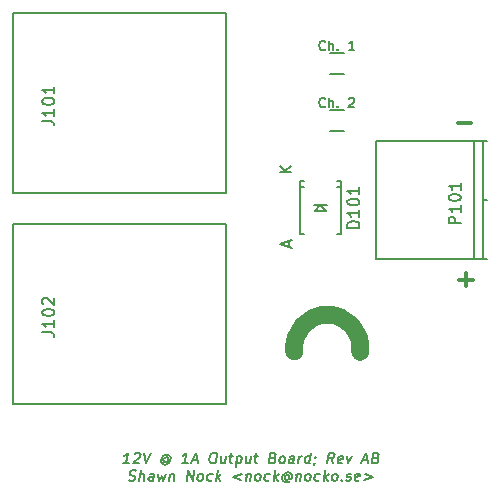
<source format=gto>
G04 #@! TF.FileFunction,Legend,Top*
%FSLAX46Y46*%
G04 Gerber Fmt 4.6, Leading zero omitted, Abs format (unit mm)*
G04 Created by KiCad (PCBNEW 4.0.4-stable) date Mon Nov 28 14:05:52 2016*
%MOMM*%
%LPD*%
G01*
G04 APERTURE LIST*
%ADD10C,0.100000*%
%ADD11C,0.152400*%
%ADD12C,0.300000*%
%ADD13C,0.200000*%
%ADD14C,0.150000*%
%ADD15C,1.500000*%
G04 APERTURE END LIST*
D10*
D11*
X121636898Y-127040217D02*
X121128898Y-127040217D01*
X121382898Y-127040217D02*
X121494023Y-126151217D01*
X121393482Y-126278217D01*
X121298231Y-126362883D01*
X121208273Y-126405217D01*
X122076106Y-126235883D02*
X122123732Y-126193550D01*
X122213690Y-126151217D01*
X122425357Y-126151217D01*
X122504732Y-126193550D01*
X122541773Y-126235883D01*
X122573523Y-126320550D01*
X122562940Y-126405217D01*
X122504732Y-126532217D01*
X121933232Y-127040217D01*
X122483565Y-127040217D01*
X122848691Y-126151217D02*
X123033899Y-127040217D01*
X123441357Y-126151217D01*
X124907148Y-126616883D02*
X124870107Y-126574550D01*
X124790732Y-126532217D01*
X124706065Y-126532217D01*
X124616107Y-126574550D01*
X124568481Y-126616883D01*
X124515565Y-126701550D01*
X124504982Y-126786217D01*
X124536731Y-126870883D01*
X124573774Y-126913217D01*
X124653148Y-126955550D01*
X124737815Y-126955550D01*
X124827774Y-126913217D01*
X124875398Y-126870883D01*
X124917732Y-126532217D02*
X124875398Y-126870883D01*
X124912440Y-126913217D01*
X124954774Y-126913217D01*
X125044731Y-126870883D01*
X125097649Y-126786217D01*
X125124107Y-126574550D01*
X125055315Y-126447550D01*
X124938898Y-126362883D01*
X124774857Y-126320550D01*
X124600231Y-126362883D01*
X124462648Y-126447550D01*
X124362107Y-126574550D01*
X124298606Y-126743883D01*
X124319774Y-126913217D01*
X124388565Y-127040217D01*
X124504981Y-127124883D01*
X124669024Y-127167217D01*
X124843648Y-127124883D01*
X124981232Y-127040217D01*
X126589898Y-127040217D02*
X126081898Y-127040217D01*
X126335898Y-127040217D02*
X126447023Y-126151217D01*
X126346482Y-126278217D01*
X126251231Y-126362883D01*
X126161273Y-126405217D01*
X126960315Y-126786217D02*
X127383649Y-126786217D01*
X126843899Y-127040217D02*
X127251357Y-126151217D01*
X127436565Y-127040217D01*
X128690690Y-126151217D02*
X128860023Y-126151217D01*
X128939398Y-126193550D01*
X129013482Y-126278217D01*
X129034648Y-126447550D01*
X128997606Y-126743883D01*
X128934107Y-126913217D01*
X128838856Y-126997883D01*
X128748898Y-127040217D01*
X128579565Y-127040217D01*
X128500189Y-126997883D01*
X128426107Y-126913217D01*
X128404939Y-126743883D01*
X128441981Y-126447550D01*
X128505482Y-126278217D01*
X128600731Y-126193550D01*
X128690690Y-126151217D01*
X129796648Y-126447550D02*
X129722565Y-127040217D01*
X129415648Y-126447550D02*
X129357440Y-126913217D01*
X129389189Y-126997883D01*
X129468565Y-127040217D01*
X129595565Y-127040217D01*
X129685522Y-126997883D01*
X129733148Y-126955550D01*
X130092981Y-126447550D02*
X130431647Y-126447550D01*
X130257023Y-126151217D02*
X130161773Y-126913217D01*
X130193522Y-126997883D01*
X130272898Y-127040217D01*
X130357564Y-127040217D01*
X130727981Y-126447550D02*
X130616856Y-127336550D01*
X130722689Y-126489883D02*
X130812647Y-126447550D01*
X130981981Y-126447550D01*
X131061355Y-126489883D01*
X131098398Y-126532217D01*
X131130147Y-126616883D01*
X131098397Y-126870883D01*
X131045481Y-126955550D01*
X130997855Y-126997883D01*
X130907898Y-127040217D01*
X130738564Y-127040217D01*
X130659189Y-126997883D01*
X131913314Y-126447550D02*
X131839231Y-127040217D01*
X131532314Y-126447550D02*
X131474106Y-126913217D01*
X131505855Y-126997883D01*
X131585231Y-127040217D01*
X131712231Y-127040217D01*
X131802188Y-126997883D01*
X131849814Y-126955550D01*
X132209647Y-126447550D02*
X132548313Y-126447550D01*
X132373689Y-126151217D02*
X132278439Y-126913217D01*
X132310188Y-126997883D01*
X132389564Y-127040217D01*
X132474230Y-127040217D01*
X133802438Y-126574550D02*
X133924146Y-126616883D01*
X133961188Y-126659217D01*
X133992938Y-126743883D01*
X133977063Y-126870883D01*
X133924146Y-126955550D01*
X133876521Y-126997883D01*
X133786563Y-127040217D01*
X133447897Y-127040217D01*
X133559022Y-126151217D01*
X133855355Y-126151217D01*
X133934730Y-126193550D01*
X133971771Y-126235883D01*
X134003521Y-126320550D01*
X133992938Y-126405217D01*
X133940021Y-126489883D01*
X133892397Y-126532217D01*
X133802438Y-126574550D01*
X133506105Y-126574550D01*
X134463897Y-127040217D02*
X134384521Y-126997883D01*
X134347480Y-126955550D01*
X134315729Y-126870883D01*
X134347479Y-126616883D01*
X134400397Y-126532217D01*
X134448021Y-126489883D01*
X134537980Y-126447550D01*
X134664980Y-126447550D01*
X134744354Y-126489883D01*
X134781397Y-126532217D01*
X134813146Y-126616883D01*
X134781396Y-126870883D01*
X134728480Y-126955550D01*
X134680854Y-126997883D01*
X134590897Y-127040217D01*
X134463897Y-127040217D01*
X135522230Y-127040217D02*
X135580438Y-126574550D01*
X135548687Y-126489883D01*
X135469313Y-126447550D01*
X135299979Y-126447550D01*
X135210021Y-126489883D01*
X135527521Y-126997883D02*
X135437563Y-127040217D01*
X135225896Y-127040217D01*
X135146521Y-126997883D01*
X135114771Y-126913217D01*
X135125354Y-126828550D01*
X135178271Y-126743883D01*
X135268229Y-126701550D01*
X135479896Y-126701550D01*
X135569855Y-126659217D01*
X135945563Y-127040217D02*
X136019646Y-126447550D01*
X135998479Y-126616883D02*
X136051396Y-126532217D01*
X136099020Y-126489883D01*
X136188979Y-126447550D01*
X136273646Y-126447550D01*
X136876896Y-127040217D02*
X136988021Y-126151217D01*
X136882187Y-126997883D02*
X136792229Y-127040217D01*
X136622896Y-127040217D01*
X136543520Y-126997883D01*
X136506479Y-126955550D01*
X136474728Y-126870883D01*
X136506478Y-126616883D01*
X136559396Y-126532217D01*
X136607020Y-126489883D01*
X136696979Y-126447550D01*
X136866312Y-126447550D01*
X136945687Y-126489883D01*
X137347853Y-126997883D02*
X137342562Y-127040217D01*
X137289645Y-127124883D01*
X137242020Y-127167217D01*
X137369020Y-126489883D02*
X137406062Y-126532217D01*
X137358437Y-126574550D01*
X137321395Y-126532217D01*
X137369020Y-126489883D01*
X137358437Y-126574550D01*
X138908895Y-127040217D02*
X138665477Y-126616883D01*
X138400895Y-127040217D02*
X138512020Y-126151217D01*
X138850686Y-126151217D01*
X138930061Y-126193550D01*
X138967102Y-126235883D01*
X138998853Y-126320550D01*
X138982978Y-126447550D01*
X138930061Y-126532217D01*
X138882436Y-126574550D01*
X138792477Y-126616883D01*
X138453811Y-126616883D01*
X139633852Y-126997883D02*
X139543895Y-127040217D01*
X139374561Y-127040217D01*
X139295186Y-126997883D01*
X139263436Y-126913217D01*
X139305769Y-126574550D01*
X139358686Y-126489883D01*
X139448644Y-126447550D01*
X139617978Y-126447550D01*
X139697352Y-126489883D01*
X139729103Y-126574550D01*
X139718520Y-126659217D01*
X139284602Y-126743883D01*
X140041311Y-126447550D02*
X140178895Y-127040217D01*
X140464644Y-126447550D01*
X141395977Y-126786217D02*
X141819311Y-126786217D01*
X141279561Y-127040217D02*
X141687019Y-126151217D01*
X141872227Y-127040217D01*
X142523102Y-126574550D02*
X142644810Y-126616883D01*
X142681852Y-126659217D01*
X142713602Y-126743883D01*
X142697727Y-126870883D01*
X142644810Y-126955550D01*
X142597185Y-126997883D01*
X142507227Y-127040217D01*
X142168561Y-127040217D01*
X142279686Y-126151217D01*
X142576019Y-126151217D01*
X142655394Y-126193550D01*
X142692435Y-126235883D01*
X142724185Y-126320550D01*
X142713602Y-126405217D01*
X142660685Y-126489883D01*
X142613061Y-126532217D01*
X142523102Y-126574550D01*
X142226769Y-126574550D01*
X121578688Y-128483783D02*
X121700397Y-128526117D01*
X121912064Y-128526117D01*
X122002022Y-128483783D01*
X122049647Y-128441450D01*
X122102563Y-128356783D01*
X122113147Y-128272117D01*
X122081397Y-128187450D01*
X122044356Y-128145117D01*
X121964980Y-128102783D01*
X121800939Y-128060450D01*
X121721564Y-128018117D01*
X121684522Y-127975783D01*
X121652772Y-127891117D01*
X121663355Y-127806450D01*
X121716272Y-127721783D01*
X121763897Y-127679450D01*
X121853856Y-127637117D01*
X122065522Y-127637117D01*
X122187230Y-127679450D01*
X122462398Y-128526117D02*
X122573523Y-127637117D01*
X122843398Y-128526117D02*
X122901606Y-128060450D01*
X122869855Y-127975783D01*
X122790481Y-127933450D01*
X122663481Y-127933450D01*
X122573522Y-127975783D01*
X122525898Y-128018117D01*
X123647731Y-128526117D02*
X123705939Y-128060450D01*
X123674188Y-127975783D01*
X123594814Y-127933450D01*
X123425480Y-127933450D01*
X123335522Y-127975783D01*
X123653022Y-128483783D02*
X123563064Y-128526117D01*
X123351397Y-128526117D01*
X123272022Y-128483783D01*
X123240272Y-128399117D01*
X123250855Y-128314450D01*
X123303772Y-128229783D01*
X123393730Y-128187450D01*
X123605397Y-128187450D01*
X123695356Y-128145117D01*
X124060480Y-127933450D02*
X124155730Y-128526117D01*
X124377980Y-128102783D01*
X124494397Y-128526117D01*
X124737813Y-127933450D01*
X125076480Y-127933450D02*
X125002397Y-128526117D01*
X125065897Y-128018117D02*
X125113521Y-127975783D01*
X125203480Y-127933450D01*
X125330480Y-127933450D01*
X125409854Y-127975783D01*
X125441605Y-128060450D01*
X125383397Y-128526117D01*
X126484063Y-128526117D02*
X126595188Y-127637117D01*
X126992063Y-128526117D01*
X127103188Y-127637117D01*
X127542396Y-128526117D02*
X127463020Y-128483783D01*
X127425979Y-128441450D01*
X127394228Y-128356783D01*
X127425978Y-128102783D01*
X127478896Y-128018117D01*
X127526520Y-127975783D01*
X127616479Y-127933450D01*
X127743479Y-127933450D01*
X127822853Y-127975783D01*
X127859896Y-128018117D01*
X127891645Y-128102783D01*
X127859895Y-128356783D01*
X127806979Y-128441450D01*
X127759353Y-128483783D01*
X127669396Y-128526117D01*
X127542396Y-128526117D01*
X128606020Y-128483783D02*
X128516062Y-128526117D01*
X128346729Y-128526117D01*
X128267353Y-128483783D01*
X128230312Y-128441450D01*
X128198561Y-128356783D01*
X128230311Y-128102783D01*
X128283229Y-128018117D01*
X128330853Y-127975783D01*
X128420812Y-127933450D01*
X128590145Y-127933450D01*
X128669520Y-127975783D01*
X128981729Y-128526117D02*
X129092854Y-127637117D01*
X129108728Y-128187450D02*
X129320395Y-128526117D01*
X129394478Y-127933450D02*
X129013479Y-128272117D01*
X131130145Y-127933450D02*
X130421062Y-128187450D01*
X131066645Y-128441450D01*
X131553479Y-127933450D02*
X131479396Y-128526117D01*
X131542896Y-128018117D02*
X131590520Y-127975783D01*
X131680479Y-127933450D01*
X131807479Y-127933450D01*
X131886853Y-127975783D01*
X131918604Y-128060450D01*
X131860396Y-128526117D01*
X132410729Y-128526117D02*
X132331353Y-128483783D01*
X132294312Y-128441450D01*
X132262561Y-128356783D01*
X132294311Y-128102783D01*
X132347229Y-128018117D01*
X132394853Y-127975783D01*
X132484812Y-127933450D01*
X132611812Y-127933450D01*
X132691186Y-127975783D01*
X132728229Y-128018117D01*
X132759978Y-128102783D01*
X132728228Y-128356783D01*
X132675312Y-128441450D01*
X132627686Y-128483783D01*
X132537729Y-128526117D01*
X132410729Y-128526117D01*
X133474353Y-128483783D02*
X133384395Y-128526117D01*
X133215062Y-128526117D01*
X133135686Y-128483783D01*
X133098645Y-128441450D01*
X133066894Y-128356783D01*
X133098644Y-128102783D01*
X133151562Y-128018117D01*
X133199186Y-127975783D01*
X133289145Y-127933450D01*
X133458478Y-127933450D01*
X133537853Y-127975783D01*
X133850062Y-128526117D02*
X133961187Y-127637117D01*
X133977061Y-128187450D02*
X134188728Y-128526117D01*
X134262811Y-127933450D02*
X133881812Y-128272117D01*
X135172978Y-128102783D02*
X135135937Y-128060450D01*
X135056562Y-128018117D01*
X134971895Y-128018117D01*
X134881937Y-128060450D01*
X134834311Y-128102783D01*
X134781395Y-128187450D01*
X134770812Y-128272117D01*
X134802561Y-128356783D01*
X134839604Y-128399117D01*
X134918978Y-128441450D01*
X135003645Y-128441450D01*
X135093604Y-128399117D01*
X135141228Y-128356783D01*
X135183562Y-128018117D02*
X135141228Y-128356783D01*
X135178270Y-128399117D01*
X135220604Y-128399117D01*
X135310561Y-128356783D01*
X135363479Y-128272117D01*
X135389937Y-128060450D01*
X135321145Y-127933450D01*
X135204728Y-127848783D01*
X135040687Y-127806450D01*
X134866061Y-127848783D01*
X134728478Y-127933450D01*
X134627937Y-128060450D01*
X134564436Y-128229783D01*
X134585604Y-128399117D01*
X134654395Y-128526117D01*
X134770811Y-128610783D01*
X134934854Y-128653117D01*
X135109478Y-128610783D01*
X135247062Y-128526117D01*
X135786812Y-127933450D02*
X135712729Y-128526117D01*
X135776229Y-128018117D02*
X135823853Y-127975783D01*
X135913812Y-127933450D01*
X136040812Y-127933450D01*
X136120186Y-127975783D01*
X136151937Y-128060450D01*
X136093729Y-128526117D01*
X136644062Y-128526117D02*
X136564686Y-128483783D01*
X136527645Y-128441450D01*
X136495894Y-128356783D01*
X136527644Y-128102783D01*
X136580562Y-128018117D01*
X136628186Y-127975783D01*
X136718145Y-127933450D01*
X136845145Y-127933450D01*
X136924519Y-127975783D01*
X136961562Y-128018117D01*
X136993311Y-128102783D01*
X136961561Y-128356783D01*
X136908645Y-128441450D01*
X136861019Y-128483783D01*
X136771062Y-128526117D01*
X136644062Y-128526117D01*
X137707686Y-128483783D02*
X137617728Y-128526117D01*
X137448395Y-128526117D01*
X137369019Y-128483783D01*
X137331978Y-128441450D01*
X137300227Y-128356783D01*
X137331977Y-128102783D01*
X137384895Y-128018117D01*
X137432519Y-127975783D01*
X137522478Y-127933450D01*
X137691811Y-127933450D01*
X137771186Y-127975783D01*
X138083395Y-128526117D02*
X138194520Y-127637117D01*
X138210394Y-128187450D02*
X138422061Y-128526117D01*
X138496144Y-127933450D02*
X138115145Y-128272117D01*
X138930062Y-128526117D02*
X138850686Y-128483783D01*
X138813645Y-128441450D01*
X138781894Y-128356783D01*
X138813644Y-128102783D01*
X138866562Y-128018117D01*
X138914186Y-127975783D01*
X139004145Y-127933450D01*
X139131145Y-127933450D01*
X139210519Y-127975783D01*
X139247562Y-128018117D01*
X139279311Y-128102783D01*
X139247561Y-128356783D01*
X139194645Y-128441450D01*
X139147019Y-128483783D01*
X139057062Y-128526117D01*
X138930062Y-128526117D01*
X139617978Y-128441450D02*
X139655019Y-128483783D01*
X139607395Y-128526117D01*
X139570352Y-128483783D01*
X139617978Y-128441450D01*
X139607395Y-128526117D01*
X139993685Y-128483783D02*
X140073061Y-128526117D01*
X140242394Y-128526117D01*
X140332352Y-128483783D01*
X140385269Y-128399117D01*
X140390560Y-128356783D01*
X140358811Y-128272117D01*
X140279435Y-128229783D01*
X140152435Y-128229783D01*
X140073061Y-128187450D01*
X140041310Y-128102783D01*
X140046602Y-128060450D01*
X140099519Y-127975783D01*
X140189477Y-127933450D01*
X140316477Y-127933450D01*
X140395852Y-127975783D01*
X141094352Y-128483783D02*
X141004395Y-128526117D01*
X140835061Y-128526117D01*
X140755686Y-128483783D01*
X140723936Y-128399117D01*
X140766269Y-128060450D01*
X140819186Y-127975783D01*
X140909144Y-127933450D01*
X141078478Y-127933450D01*
X141157852Y-127975783D01*
X141189603Y-128060450D01*
X141179020Y-128145117D01*
X140745102Y-128229783D01*
X141586478Y-127933450D02*
X142232061Y-128187450D01*
X141522978Y-128441450D01*
D12*
X150558428Y-98190857D02*
X149415571Y-98190857D01*
X149542572Y-111486143D02*
X150685429Y-111486143D01*
X150114000Y-112057571D02*
X150114000Y-110914714D01*
D13*
X138201524Y-96805714D02*
X138163429Y-96843810D01*
X138049143Y-96881905D01*
X137972953Y-96881905D01*
X137858667Y-96843810D01*
X137782476Y-96767619D01*
X137744381Y-96691429D01*
X137706286Y-96539048D01*
X137706286Y-96424762D01*
X137744381Y-96272381D01*
X137782476Y-96196190D01*
X137858667Y-96120000D01*
X137972953Y-96081905D01*
X138049143Y-96081905D01*
X138163429Y-96120000D01*
X138201524Y-96158095D01*
X138544381Y-96881905D02*
X138544381Y-96081905D01*
X138887238Y-96881905D02*
X138887238Y-96462857D01*
X138849143Y-96386667D01*
X138772953Y-96348571D01*
X138658667Y-96348571D01*
X138582476Y-96386667D01*
X138544381Y-96424762D01*
X139268191Y-96805714D02*
X139306286Y-96843810D01*
X139268191Y-96881905D01*
X139230096Y-96843810D01*
X139268191Y-96805714D01*
X139268191Y-96881905D01*
X140220572Y-96158095D02*
X140258667Y-96120000D01*
X140334858Y-96081905D01*
X140525334Y-96081905D01*
X140601524Y-96120000D01*
X140639620Y-96158095D01*
X140677715Y-96234286D01*
X140677715Y-96310476D01*
X140639620Y-96424762D01*
X140182477Y-96881905D01*
X140677715Y-96881905D01*
X138201524Y-91979714D02*
X138163429Y-92017810D01*
X138049143Y-92055905D01*
X137972953Y-92055905D01*
X137858667Y-92017810D01*
X137782476Y-91941619D01*
X137744381Y-91865429D01*
X137706286Y-91713048D01*
X137706286Y-91598762D01*
X137744381Y-91446381D01*
X137782476Y-91370190D01*
X137858667Y-91294000D01*
X137972953Y-91255905D01*
X138049143Y-91255905D01*
X138163429Y-91294000D01*
X138201524Y-91332095D01*
X138544381Y-92055905D02*
X138544381Y-91255905D01*
X138887238Y-92055905D02*
X138887238Y-91636857D01*
X138849143Y-91560667D01*
X138772953Y-91522571D01*
X138658667Y-91522571D01*
X138582476Y-91560667D01*
X138544381Y-91598762D01*
X139268191Y-91979714D02*
X139306286Y-92017810D01*
X139268191Y-92055905D01*
X139230096Y-92017810D01*
X139268191Y-91979714D01*
X139268191Y-92055905D01*
X140677715Y-92055905D02*
X140220572Y-92055905D01*
X140449143Y-92055905D02*
X140449143Y-91255905D01*
X140372953Y-91370190D01*
X140296762Y-91446381D01*
X140220572Y-91484476D01*
D14*
X137795000Y-105160000D02*
X138245000Y-105710000D01*
X138245000Y-105710000D02*
X137345000Y-105710000D01*
X137345000Y-105710000D02*
X137795000Y-105160000D01*
X138345000Y-105160000D02*
X137245000Y-105160000D01*
X136044940Y-103610860D02*
X136395460Y-103610860D01*
X139545060Y-103610860D02*
X139194540Y-103610860D01*
X136044940Y-107660440D02*
X136395460Y-107660440D01*
X136044940Y-103159560D02*
X136395460Y-103159560D01*
X139545060Y-103159560D02*
X139194540Y-103159560D01*
X139545060Y-107660440D02*
X139194540Y-107660440D01*
X136044940Y-103159560D02*
X136044940Y-107660440D01*
X139545060Y-103159560D02*
X139545060Y-107660440D01*
X111760000Y-88900000D02*
X111760000Y-104140000D01*
X111760000Y-104140000D02*
X129794000Y-104140000D01*
X129794000Y-104140000D02*
X129794000Y-88900000D01*
X129794000Y-88900000D02*
X111760000Y-88900000D01*
X111760000Y-106768900D02*
X111760000Y-122008900D01*
X111760000Y-122008900D02*
X129794000Y-122008900D01*
X129794000Y-122008900D02*
X129794000Y-106768900D01*
X129794000Y-106768900D02*
X111760000Y-106768900D01*
X138592000Y-92343000D02*
X139792000Y-92343000D01*
X139792000Y-94093000D02*
X138592000Y-94093000D01*
X138592000Y-97169000D02*
X139792000Y-97169000D01*
X139792000Y-98919000D02*
X138592000Y-98919000D01*
D15*
X141178204Y-117598288D02*
G75*
G03X135600000Y-117583000I-2788204J335288D01*
G01*
D14*
X151531000Y-109735000D02*
X151931000Y-109735000D01*
X151531000Y-109735000D02*
X151531000Y-108235000D01*
X150931000Y-109735000D02*
X151531000Y-109735000D01*
X150781000Y-108235000D02*
X150781000Y-109735000D01*
X151531000Y-101235000D02*
X151531000Y-99735000D01*
X150781000Y-101235000D02*
X150781000Y-99735000D01*
X151431000Y-99735000D02*
X151931000Y-99735000D01*
X142531000Y-99735000D02*
X142531000Y-102035000D01*
X143831000Y-99735000D02*
X142531000Y-99735000D01*
X142531000Y-109735000D02*
X142531000Y-109035000D01*
X143331000Y-109735000D02*
X142531000Y-109735000D01*
X151531000Y-104735000D02*
X151931000Y-104735000D01*
X150781000Y-108235000D02*
X150781000Y-101235000D01*
X151531000Y-108235000D02*
X151531000Y-101235000D01*
X143331000Y-109735000D02*
X150931000Y-109735000D01*
X151431000Y-99735000D02*
X143831000Y-99735000D01*
X142531000Y-101985000D02*
X142531000Y-108985000D01*
X141097381Y-107100476D02*
X140097381Y-107100476D01*
X140097381Y-106862381D01*
X140145000Y-106719523D01*
X140240238Y-106624285D01*
X140335476Y-106576666D01*
X140525952Y-106529047D01*
X140668810Y-106529047D01*
X140859286Y-106576666D01*
X140954524Y-106624285D01*
X141049762Y-106719523D01*
X141097381Y-106862381D01*
X141097381Y-107100476D01*
X141097381Y-105576666D02*
X141097381Y-106148095D01*
X141097381Y-105862381D02*
X140097381Y-105862381D01*
X140240238Y-105957619D01*
X140335476Y-106052857D01*
X140383095Y-106148095D01*
X140097381Y-104957619D02*
X140097381Y-104862380D01*
X140145000Y-104767142D01*
X140192619Y-104719523D01*
X140287857Y-104671904D01*
X140478333Y-104624285D01*
X140716429Y-104624285D01*
X140906905Y-104671904D01*
X141002143Y-104719523D01*
X141049762Y-104767142D01*
X141097381Y-104862380D01*
X141097381Y-104957619D01*
X141049762Y-105052857D01*
X141002143Y-105100476D01*
X140906905Y-105148095D01*
X140716429Y-105195714D01*
X140478333Y-105195714D01*
X140287857Y-105148095D01*
X140192619Y-105100476D01*
X140145000Y-105052857D01*
X140097381Y-104957619D01*
X141097381Y-103671904D02*
X141097381Y-104243333D01*
X141097381Y-103957619D02*
X140097381Y-103957619D01*
X140240238Y-104052857D01*
X140335476Y-104148095D01*
X140383095Y-104243333D01*
X135347381Y-102421905D02*
X134347381Y-102421905D01*
X135347381Y-101850476D02*
X134775952Y-102279048D01*
X134347381Y-101850476D02*
X134918810Y-102421905D01*
X135111667Y-108698095D02*
X135111667Y-108221904D01*
X135397381Y-108793333D02*
X134397381Y-108460000D01*
X135397381Y-108126666D01*
X114260381Y-98059714D02*
X114974667Y-98059714D01*
X115117524Y-98107334D01*
X115212762Y-98202572D01*
X115260381Y-98345429D01*
X115260381Y-98440667D01*
X115260381Y-97059714D02*
X115260381Y-97631143D01*
X115260381Y-97345429D02*
X114260381Y-97345429D01*
X114403238Y-97440667D01*
X114498476Y-97535905D01*
X114546095Y-97631143D01*
X114260381Y-96440667D02*
X114260381Y-96345428D01*
X114308000Y-96250190D01*
X114355619Y-96202571D01*
X114450857Y-96154952D01*
X114641333Y-96107333D01*
X114879429Y-96107333D01*
X115069905Y-96154952D01*
X115165143Y-96202571D01*
X115212762Y-96250190D01*
X115260381Y-96345428D01*
X115260381Y-96440667D01*
X115212762Y-96535905D01*
X115165143Y-96583524D01*
X115069905Y-96631143D01*
X114879429Y-96678762D01*
X114641333Y-96678762D01*
X114450857Y-96631143D01*
X114355619Y-96583524D01*
X114308000Y-96535905D01*
X114260381Y-96440667D01*
X115260381Y-95154952D02*
X115260381Y-95726381D01*
X115260381Y-95440667D02*
X114260381Y-95440667D01*
X114403238Y-95535905D01*
X114498476Y-95631143D01*
X114546095Y-95726381D01*
X114260381Y-115928614D02*
X114974667Y-115928614D01*
X115117524Y-115976234D01*
X115212762Y-116071472D01*
X115260381Y-116214329D01*
X115260381Y-116309567D01*
X115260381Y-114928614D02*
X115260381Y-115500043D01*
X115260381Y-115214329D02*
X114260381Y-115214329D01*
X114403238Y-115309567D01*
X114498476Y-115404805D01*
X114546095Y-115500043D01*
X114260381Y-114309567D02*
X114260381Y-114214328D01*
X114308000Y-114119090D01*
X114355619Y-114071471D01*
X114450857Y-114023852D01*
X114641333Y-113976233D01*
X114879429Y-113976233D01*
X115069905Y-114023852D01*
X115165143Y-114071471D01*
X115212762Y-114119090D01*
X115260381Y-114214328D01*
X115260381Y-114309567D01*
X115212762Y-114404805D01*
X115165143Y-114452424D01*
X115069905Y-114500043D01*
X114879429Y-114547662D01*
X114641333Y-114547662D01*
X114450857Y-114500043D01*
X114355619Y-114452424D01*
X114308000Y-114404805D01*
X114260381Y-114309567D01*
X114355619Y-113595281D02*
X114308000Y-113547662D01*
X114260381Y-113452424D01*
X114260381Y-113214328D01*
X114308000Y-113119090D01*
X114355619Y-113071471D01*
X114450857Y-113023852D01*
X114546095Y-113023852D01*
X114688952Y-113071471D01*
X115260381Y-113642900D01*
X115260381Y-113023852D01*
X149677381Y-106719476D02*
X148677381Y-106719476D01*
X148677381Y-106338523D01*
X148725000Y-106243285D01*
X148772619Y-106195666D01*
X148867857Y-106148047D01*
X149010714Y-106148047D01*
X149105952Y-106195666D01*
X149153571Y-106243285D01*
X149201190Y-106338523D01*
X149201190Y-106719476D01*
X149677381Y-105195666D02*
X149677381Y-105767095D01*
X149677381Y-105481381D02*
X148677381Y-105481381D01*
X148820238Y-105576619D01*
X148915476Y-105671857D01*
X148963095Y-105767095D01*
X148677381Y-104576619D02*
X148677381Y-104481380D01*
X148725000Y-104386142D01*
X148772619Y-104338523D01*
X148867857Y-104290904D01*
X149058333Y-104243285D01*
X149296429Y-104243285D01*
X149486905Y-104290904D01*
X149582143Y-104338523D01*
X149629762Y-104386142D01*
X149677381Y-104481380D01*
X149677381Y-104576619D01*
X149629762Y-104671857D01*
X149582143Y-104719476D01*
X149486905Y-104767095D01*
X149296429Y-104814714D01*
X149058333Y-104814714D01*
X148867857Y-104767095D01*
X148772619Y-104719476D01*
X148725000Y-104671857D01*
X148677381Y-104576619D01*
X149677381Y-103290904D02*
X149677381Y-103862333D01*
X149677381Y-103576619D02*
X148677381Y-103576619D01*
X148820238Y-103671857D01*
X148915476Y-103767095D01*
X148963095Y-103862333D01*
M02*

</source>
